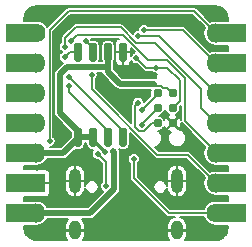
<source format=gbr>
G04 #@! TF.GenerationSoftware,KiCad,Pcbnew,5.1.9-73d0e3b20d~88~ubuntu16.04.1*
G04 #@! TF.CreationDate,2021-02-23T03:34:03+00:00*
G04 #@! TF.ProjectId,kuiic,6b756969-632e-46b6-9963-61645f706362,rev?*
G04 #@! TF.SameCoordinates,Original*
G04 #@! TF.FileFunction,Copper,L2,Bot*
G04 #@! TF.FilePolarity,Positive*
%FSLAX46Y46*%
G04 Gerber Fmt 4.6, Leading zero omitted, Abs format (unit mm)*
G04 Created by KiCad (PCBNEW 5.1.9-73d0e3b20d~88~ubuntu16.04.1) date 2021-02-23 03:34:03*
%MOMM*%
%LPD*%
G01*
G04 APERTURE LIST*
G04 #@! TA.AperFunction,ConnectorPad*
%ADD10C,0.787400*%
G04 #@! TD*
G04 #@! TA.AperFunction,ComponentPad*
%ADD11R,2.540000X1.625600*%
G04 #@! TD*
G04 #@! TA.AperFunction,ComponentPad*
%ADD12C,1.625600*%
G04 #@! TD*
G04 #@! TA.AperFunction,ComponentPad*
%ADD13O,1.625600X1.625600*%
G04 #@! TD*
G04 #@! TA.AperFunction,ComponentPad*
%ADD14R,1.625600X1.625600*%
G04 #@! TD*
G04 #@! TA.AperFunction,ComponentPad*
%ADD15O,1.000000X2.100000*%
G04 #@! TD*
G04 #@! TA.AperFunction,ComponentPad*
%ADD16O,1.000000X1.600000*%
G04 #@! TD*
G04 #@! TA.AperFunction,ViaPad*
%ADD17C,0.508000*%
G04 #@! TD*
G04 #@! TA.AperFunction,Conductor*
%ADD18C,0.508000*%
G04 #@! TD*
G04 #@! TA.AperFunction,Conductor*
%ADD19C,0.152400*%
G04 #@! TD*
G04 #@! TA.AperFunction,Conductor*
%ADD20C,0.304800*%
G04 #@! TD*
G04 #@! TA.AperFunction,Conductor*
%ADD21C,0.203200*%
G04 #@! TD*
G04 #@! TA.AperFunction,Conductor*
%ADD22C,0.100000*%
G04 #@! TD*
G04 APERTURE END LIST*
G04 #@! TO.P,U2,8*
G04 #@! TO.N,/3V3*
G04 #@! TA.AperFunction,SMDPad,CuDef*
G36*
G01*
X122786000Y-127387000D02*
X123086000Y-127387000D01*
G75*
G02*
X123236000Y-127537000I0J-150000D01*
G01*
X123236000Y-128837000D01*
G75*
G02*
X123086000Y-128987000I-150000J0D01*
G01*
X122786000Y-128987000D01*
G75*
G02*
X122636000Y-128837000I0J150000D01*
G01*
X122636000Y-127537000D01*
G75*
G02*
X122786000Y-127387000I150000J0D01*
G01*
G37*
G04 #@! TD.AperFunction*
G04 #@! TO.P,U2,7*
G04 #@! TA.AperFunction,SMDPad,CuDef*
G36*
G01*
X124056000Y-127387000D02*
X124356000Y-127387000D01*
G75*
G02*
X124506000Y-127537000I0J-150000D01*
G01*
X124506000Y-128837000D01*
G75*
G02*
X124356000Y-128987000I-150000J0D01*
G01*
X124056000Y-128987000D01*
G75*
G02*
X123906000Y-128837000I0J150000D01*
G01*
X123906000Y-127537000D01*
G75*
G02*
X124056000Y-127387000I150000J0D01*
G01*
G37*
G04 #@! TD.AperFunction*
G04 #@! TO.P,U2,6*
G04 #@! TO.N,/SCK*
G04 #@! TA.AperFunction,SMDPad,CuDef*
G36*
G01*
X125326000Y-127387000D02*
X125626000Y-127387000D01*
G75*
G02*
X125776000Y-127537000I0J-150000D01*
G01*
X125776000Y-128837000D01*
G75*
G02*
X125626000Y-128987000I-150000J0D01*
G01*
X125326000Y-128987000D01*
G75*
G02*
X125176000Y-128837000I0J150000D01*
G01*
X125176000Y-127537000D01*
G75*
G02*
X125326000Y-127387000I150000J0D01*
G01*
G37*
G04 #@! TD.AperFunction*
G04 #@! TO.P,U2,5*
G04 #@! TO.N,/MOSI*
G04 #@! TA.AperFunction,SMDPad,CuDef*
G36*
G01*
X126596000Y-127387000D02*
X126896000Y-127387000D01*
G75*
G02*
X127046000Y-127537000I0J-150000D01*
G01*
X127046000Y-128837000D01*
G75*
G02*
X126896000Y-128987000I-150000J0D01*
G01*
X126596000Y-128987000D01*
G75*
G02*
X126446000Y-128837000I0J150000D01*
G01*
X126446000Y-127537000D01*
G75*
G02*
X126596000Y-127387000I150000J0D01*
G01*
G37*
G04 #@! TD.AperFunction*
G04 #@! TO.P,U2,4*
G04 #@! TO.N,GND*
G04 #@! TA.AperFunction,SMDPad,CuDef*
G36*
G01*
X126596000Y-120187000D02*
X126896000Y-120187000D01*
G75*
G02*
X127046000Y-120337000I0J-150000D01*
G01*
X127046000Y-121637000D01*
G75*
G02*
X126896000Y-121787000I-150000J0D01*
G01*
X126596000Y-121787000D01*
G75*
G02*
X126446000Y-121637000I0J150000D01*
G01*
X126446000Y-120337000D01*
G75*
G02*
X126596000Y-120187000I150000J0D01*
G01*
G37*
G04 #@! TD.AperFunction*
G04 #@! TO.P,U2,3*
G04 #@! TO.N,/3V3*
G04 #@! TA.AperFunction,SMDPad,CuDef*
G36*
G01*
X125326000Y-120187000D02*
X125626000Y-120187000D01*
G75*
G02*
X125776000Y-120337000I0J-150000D01*
G01*
X125776000Y-121637000D01*
G75*
G02*
X125626000Y-121787000I-150000J0D01*
G01*
X125326000Y-121787000D01*
G75*
G02*
X125176000Y-121637000I0J150000D01*
G01*
X125176000Y-120337000D01*
G75*
G02*
X125326000Y-120187000I150000J0D01*
G01*
G37*
G04 #@! TD.AperFunction*
G04 #@! TO.P,U2,2*
G04 #@! TO.N,/MISO*
G04 #@! TA.AperFunction,SMDPad,CuDef*
G36*
G01*
X124056000Y-120187000D02*
X124356000Y-120187000D01*
G75*
G02*
X124506000Y-120337000I0J-150000D01*
G01*
X124506000Y-121637000D01*
G75*
G02*
X124356000Y-121787000I-150000J0D01*
G01*
X124056000Y-121787000D01*
G75*
G02*
X123906000Y-121637000I0J150000D01*
G01*
X123906000Y-120337000D01*
G75*
G02*
X124056000Y-120187000I150000J0D01*
G01*
G37*
G04 #@! TD.AperFunction*
G04 #@! TO.P,U2,1*
G04 #@! TO.N,/CS#*
G04 #@! TA.AperFunction,SMDPad,CuDef*
G36*
G01*
X122786000Y-120187000D02*
X123086000Y-120187000D01*
G75*
G02*
X123236000Y-120337000I0J-150000D01*
G01*
X123236000Y-121637000D01*
G75*
G02*
X123086000Y-121787000I-150000J0D01*
G01*
X122786000Y-121787000D01*
G75*
G02*
X122636000Y-121637000I0J150000D01*
G01*
X122636000Y-120337000D01*
G75*
G02*
X122786000Y-120187000I150000J0D01*
G01*
G37*
G04 #@! TD.AperFunction*
G04 #@! TD*
D10*
G04 #@! TO.P,J2,6*
G04 #@! TO.N,/NMI#*
X129667000Y-127000000D03*
G04 #@! TO.P,J2,5*
G04 #@! TO.N,GND*
X130937000Y-127000000D03*
G04 #@! TO.P,J2,4*
G04 #@! TO.N,/SWC*
X129667000Y-125730000D03*
G04 #@! TO.P,J2,3*
G04 #@! TO.N,/RST#*
X130937000Y-125730000D03*
G04 #@! TO.P,J2,2*
G04 #@! TO.N,/SWD*
X129667000Y-124460000D03*
G04 #@! TO.P,J2,1*
G04 #@! TO.N,/3V3*
X130937000Y-124460000D03*
G04 #@! TD*
D11*
G04 #@! TO.P,J5,4*
G04 #@! TO.N,/C3*
X135890000Y-127000000D03*
G04 #@! TO.P,J5,7*
G04 #@! TO.N,/TX*
X135890000Y-119380000D03*
G04 #@! TO.P,J5,3*
G04 #@! TO.N,/C2*
X135890000Y-129540000D03*
G04 #@! TO.P,J5,1*
G04 #@! TO.N,/AN*
X135890000Y-134620000D03*
G04 #@! TO.P,J5,5*
G04 #@! TO.N,/SDA*
X135890000Y-124460000D03*
G04 #@! TO.P,J5,2*
G04 #@! TO.N,/C1*
X135890000Y-132080000D03*
G04 #@! TO.P,J5,6*
G04 #@! TO.N,/SCL*
X135890000Y-121920000D03*
D12*
G04 #@! TO.P,J5,1*
G04 #@! TO.N,/AN*
X134620000Y-134620000D03*
D13*
G04 #@! TO.P,J5,2*
G04 #@! TO.N,/C1*
X134620000Y-132080000D03*
G04 #@! TO.P,J5,3*
G04 #@! TO.N,/C2*
X134620000Y-129540000D03*
G04 #@! TO.P,J5,4*
G04 #@! TO.N,/C3*
X134620000Y-127000000D03*
G04 #@! TO.P,J5,5*
G04 #@! TO.N,/SDA*
X134620000Y-124460000D03*
G04 #@! TO.P,J5,6*
G04 #@! TO.N,/SCL*
X134620000Y-121920000D03*
G04 #@! TO.P,J5,7*
G04 #@! TO.N,/TX*
X134620000Y-119380000D03*
G04 #@! TD*
D11*
G04 #@! TO.P,J4,4*
G04 #@! TO.N,/FX7*
X118110000Y-127000000D03*
G04 #@! TO.P,J4,7*
G04 #@! TO.N,/+5V*
X118110000Y-134620000D03*
G04 #@! TO.P,J4,3*
G04 #@! TO.N,/FX6*
X118110000Y-124460000D03*
G04 #@! TO.P,J4,1*
G04 #@! TO.N,/FX4*
X118110000Y-119380000D03*
G04 #@! TO.P,J4,5*
G04 #@! TO.N,/3V3*
X118110000Y-129540000D03*
G04 #@! TO.P,J4,2*
G04 #@! TO.N,/FX5*
X118110000Y-121920000D03*
G04 #@! TO.P,J4,6*
G04 #@! TO.N,GND*
X118110000Y-132080000D03*
D12*
G04 #@! TO.P,J4,1*
G04 #@! TO.N,/FX4*
X119380000Y-119380000D03*
D13*
G04 #@! TO.P,J4,2*
G04 #@! TO.N,/FX5*
X119380000Y-121920000D03*
G04 #@! TO.P,J4,3*
G04 #@! TO.N,/FX6*
X119380000Y-124460000D03*
G04 #@! TO.P,J4,4*
G04 #@! TO.N,/FX7*
X119380000Y-127000000D03*
G04 #@! TO.P,J4,5*
G04 #@! TO.N,/3V3*
X119380000Y-129540000D03*
D14*
G04 #@! TO.P,J4,6*
G04 #@! TO.N,GND*
X119380000Y-132080000D03*
D13*
G04 #@! TO.P,J4,7*
G04 #@! TO.N,/+5V*
X119380000Y-134620000D03*
G04 #@! TD*
D15*
G04 #@! TO.P,J3,S1*
G04 #@! TO.N,GND*
X122680000Y-131896000D03*
X131320000Y-131896000D03*
D16*
X122680000Y-136076000D03*
X131320000Y-136076000D03*
G04 #@! TD*
D17*
G04 #@! TO.N,GND*
X126746000Y-120497600D03*
X122682000Y-133858000D03*
X128524000Y-122936000D03*
X132613400Y-129235200D03*
X126111000Y-124841000D03*
X129387602Y-118160802D03*
X123952000Y-118237000D03*
X132969000Y-118999000D03*
X121285000Y-128879600D03*
X127127000Y-129413000D03*
X120650000Y-117983000D03*
X134620000Y-117856000D03*
G04 #@! TO.N,/3V3*
X125476000Y-120497600D03*
X125222000Y-129413000D03*
X129362200Y-123672600D03*
G04 #@! TO.N,/+5V*
X125881661Y-129381722D03*
G04 #@! TO.N,/NMI#*
X128016000Y-125272800D03*
G04 #@! TO.N,/SWD*
X128343651Y-125846189D03*
G04 #@! TO.N,/SWC*
X128320800Y-127152400D03*
G04 #@! TO.N,/RST#*
X129565400Y-122301000D03*
X127863600Y-121513598D03*
G04 #@! TO.N,/SDA*
X128015994Y-119634000D03*
G04 #@! TO.N,/SCL*
X128524000Y-119126008D03*
G04 #@! TO.N,/D-*
X124589959Y-129605619D03*
X125308800Y-132334000D03*
G04 #@! TO.N,/TX*
X120523000Y-128524000D03*
G04 #@! TO.N,/C3*
X121792996Y-120523000D03*
G04 #@! TO.N,/C2*
X122301000Y-120014978D03*
G04 #@! TO.N,/C1*
X124091000Y-122924002D03*
G04 #@! TO.N,/AN*
X127660400Y-130048000D03*
G04 #@! TO.N,/MISO*
X123571000Y-120015000D03*
G04 #@! TO.N,/MOSI*
X122171441Y-123065559D03*
G04 #@! TO.N,/SCK*
X122145240Y-123825076D03*
G04 #@! TO.N,/CS#*
X121818400Y-121412000D03*
G04 #@! TD*
D18*
G04 #@! TO.N,GND*
X122680000Y-133856000D02*
X122682000Y-133858000D01*
D19*
X122680000Y-131769000D02*
X122680000Y-133856000D01*
D18*
X126746000Y-120987000D02*
X126746000Y-120497600D01*
X131320000Y-131142200D02*
X131320000Y-131769000D01*
D19*
X130937000Y-127000000D02*
X131445000Y-127508000D01*
D18*
X132613400Y-128168400D02*
X132613400Y-129235200D01*
X131953000Y-127508000D02*
X132613400Y-128168400D01*
D19*
X131445000Y-127508000D02*
X131953000Y-127508000D01*
X126746000Y-122428000D02*
X126746000Y-120987000D01*
D18*
X127254000Y-122936000D02*
X126746000Y-122428000D01*
X128524000Y-122936000D02*
X127254000Y-122936000D01*
D20*
G04 #@! TO.N,/3V3*
X124206000Y-128397000D02*
X125222000Y-129413000D01*
X124206000Y-128187000D02*
X124206000Y-128397000D01*
D18*
X121691400Y-129540000D02*
X119380000Y-129540000D01*
X122936000Y-128295400D02*
X121691400Y-129540000D01*
X122936000Y-128187000D02*
X122936000Y-128295400D01*
X122936000Y-128187000D02*
X124206000Y-128187000D01*
X125476000Y-121787000D02*
X125476000Y-120987000D01*
X129362200Y-123672600D02*
X126485998Y-123672600D01*
X126485998Y-123672600D02*
X125476000Y-122662602D01*
X125374399Y-122224801D02*
X125476000Y-122123200D01*
X122021599Y-122224801D02*
X125374399Y-122224801D01*
X121386600Y-122859800D02*
X122021599Y-122224801D01*
X121386600Y-126111000D02*
X121386600Y-122859800D01*
X122936000Y-127660400D02*
X121386600Y-126111000D01*
X122936000Y-128187000D02*
X122936000Y-127660400D01*
X125476000Y-122123200D02*
X125476000Y-121787000D01*
X125476000Y-122662602D02*
X125476000Y-122123200D01*
D19*
X129527299Y-123837699D02*
X129362200Y-123672600D01*
X129965705Y-123837699D02*
X129527299Y-123837699D01*
X130156206Y-124028200D02*
X129965705Y-123837699D01*
X130505200Y-124028200D02*
X130156206Y-124028200D01*
X130937000Y-124460000D02*
X130505200Y-124028200D01*
D18*
G04 #@! TO.N,/+5V*
X123977400Y-134620000D02*
X119380000Y-134620000D01*
X126009400Y-129509461D02*
X126009400Y-132588000D01*
X126009400Y-132588000D02*
X123977400Y-134620000D01*
X125881661Y-129381722D02*
X126009400Y-129509461D01*
D19*
G04 #@! TO.N,/NMI#*
X128559813Y-127635000D02*
X129194813Y-127000000D01*
X128116075Y-127635000D02*
X128559813Y-127635000D01*
X127762001Y-127280926D02*
X128116075Y-127635000D01*
X129194813Y-127000000D02*
X129667000Y-127000000D01*
X127762001Y-125526799D02*
X127762001Y-127280926D01*
X128016000Y-125272800D02*
X127762001Y-125526799D01*
G04 #@! TO.N,/SWD*
X129667000Y-124522840D02*
X129667000Y-124460000D01*
X128343651Y-125846189D02*
X129667000Y-124522840D01*
G04 #@! TO.N,/SWC*
X128320800Y-127076200D02*
X128320800Y-127152400D01*
X129667000Y-125730000D02*
X128320800Y-127076200D01*
G04 #@! TO.N,/RST#*
X131559301Y-123375927D02*
X130484374Y-122301000D01*
X131559301Y-125107699D02*
X131559301Y-123375927D01*
X130937000Y-125730000D02*
X131559301Y-125107699D01*
X129413000Y-122301000D02*
X129565400Y-122301000D01*
X130484374Y-122301000D02*
X129413000Y-122301000D01*
X129413000Y-122301000D02*
X128651002Y-122301000D01*
X128651002Y-122301000D02*
X127863600Y-121513598D01*
G04 #@! TO.N,/SDA*
X129794000Y-119634000D02*
X128015994Y-119634000D01*
X134620000Y-124460000D02*
X129794000Y-119634000D01*
G04 #@! TO.N,/SCL*
X131826008Y-119126008D02*
X128524000Y-119126008D01*
X134620000Y-121920000D02*
X131826008Y-119126008D01*
G04 #@! TO.N,/D-*
X125308800Y-130324460D02*
X125308800Y-132334000D01*
X124589959Y-129605619D02*
X125308800Y-130324460D01*
G04 #@! TO.N,/TX*
X120523000Y-128524000D02*
X120523000Y-119126000D01*
X120523000Y-119126000D02*
X122148600Y-117500400D01*
X132740400Y-117500400D02*
X134620000Y-119380000D01*
X122148600Y-117500400D02*
X132740400Y-117500400D01*
G04 #@! TO.N,/C3*
X121792996Y-119811804D02*
X121792996Y-120523000D01*
X122729744Y-118875056D02*
X121792996Y-119811804D01*
X126542800Y-118875056D02*
X122729744Y-118875056D01*
X127860544Y-120192800D02*
X126542800Y-118875056D01*
X133350000Y-124079000D02*
X129463800Y-120192800D01*
X133350000Y-125730000D02*
X133350000Y-124079000D01*
X129463800Y-120192800D02*
X127860544Y-120192800D01*
X134620000Y-127000000D02*
X133350000Y-125730000D01*
G04 #@! TO.N,/C2*
X122808977Y-119507001D02*
X122301000Y-120014978D01*
X128902678Y-121666000D02*
X126743679Y-119507001D01*
X130479800Y-121666000D02*
X128902678Y-121666000D01*
X131953000Y-123139200D02*
X130479800Y-121666000D01*
X126743679Y-119507001D02*
X122808977Y-119507001D01*
X131953000Y-126776710D02*
X131953000Y-123139200D01*
X134620000Y-129443710D02*
X131953000Y-126776710D01*
X134620000Y-129540000D02*
X134620000Y-129443710D01*
G04 #@! TO.N,/C1*
X132207000Y-129667000D02*
X134620000Y-132080000D01*
X129616200Y-129667000D02*
X132207000Y-129667000D01*
X124091000Y-124141800D02*
X129616200Y-129667000D01*
X124091000Y-122924002D02*
X124091000Y-124141800D01*
G04 #@! TO.N,/AN*
X130606800Y-134620000D02*
X134620000Y-134620000D01*
X127660400Y-131673600D02*
X130606800Y-134620000D01*
X127660400Y-130048000D02*
X127660400Y-131673600D01*
G04 #@! TO.N,/MISO*
X124206000Y-120650000D02*
X123571000Y-120015000D01*
X124206000Y-120987000D02*
X124206000Y-120650000D01*
G04 #@! TO.N,/MOSI*
X122171475Y-123065559D02*
X122171441Y-123065559D01*
X126746000Y-127640084D02*
X122171475Y-123065559D01*
X126746000Y-128187000D02*
X126746000Y-127640084D01*
G04 #@! TO.N,/SCK*
X122145240Y-124355040D02*
X122145240Y-123825076D01*
X125476000Y-127685800D02*
X122145240Y-124355040D01*
X125476000Y-128187000D02*
X125476000Y-127685800D01*
G04 #@! TO.N,/CS#*
X122243400Y-120987000D02*
X121818400Y-121412000D01*
X122936000Y-120987000D02*
X122243400Y-120987000D01*
G04 #@! TD*
D21*
G04 #@! TO.N,GND*
X129371245Y-129889018D02*
X129381584Y-129901616D01*
X129405238Y-129921028D01*
X129431863Y-129942879D01*
X129489227Y-129973540D01*
X129551470Y-129992422D01*
X129616200Y-129998797D01*
X129632415Y-129997200D01*
X132070228Y-129997200D01*
X133666733Y-131593707D01*
X133594196Y-131768826D01*
X133553200Y-131974929D01*
X133553200Y-132185071D01*
X133594196Y-132391174D01*
X133674614Y-132585319D01*
X133791362Y-132760045D01*
X133939955Y-132908638D01*
X134114681Y-133025386D01*
X134308826Y-133105804D01*
X134514929Y-133146800D01*
X134607531Y-133146800D01*
X134620000Y-133148028D01*
X135611000Y-133148028D01*
X135611000Y-133551972D01*
X134620000Y-133551972D01*
X134607531Y-133553200D01*
X134514929Y-133553200D01*
X134308826Y-133594196D01*
X134114681Y-133674614D01*
X133939955Y-133791362D01*
X133791362Y-133939955D01*
X133674614Y-134114681D01*
X133602077Y-134289800D01*
X130743573Y-134289800D01*
X128792746Y-132338973D01*
X129311000Y-132338973D01*
X129311000Y-132453027D01*
X129333250Y-132564888D01*
X129376896Y-132670260D01*
X129440261Y-132765091D01*
X129520909Y-132845739D01*
X129615740Y-132909104D01*
X129721112Y-132952750D01*
X129832973Y-132975000D01*
X129947027Y-132975000D01*
X130058888Y-132952750D01*
X130164260Y-132909104D01*
X130259091Y-132845739D01*
X130339739Y-132765091D01*
X130403104Y-132670260D01*
X130446750Y-132564888D01*
X130464771Y-132474287D01*
X130485795Y-132637831D01*
X130539248Y-132796890D01*
X130622705Y-132942465D01*
X130732959Y-133068961D01*
X130865772Y-133171517D01*
X131016041Y-133246192D01*
X131161126Y-133286720D01*
X131294600Y-133212279D01*
X131294600Y-131921400D01*
X131345400Y-131921400D01*
X131345400Y-133212279D01*
X131478874Y-133286720D01*
X131623959Y-133246192D01*
X131774228Y-133171517D01*
X131907041Y-133068961D01*
X132017295Y-132942465D01*
X132100752Y-132796890D01*
X132154205Y-132637831D01*
X132175600Y-132471400D01*
X132175600Y-131921400D01*
X131345400Y-131921400D01*
X131294600Y-131921400D01*
X130464400Y-131921400D01*
X130464400Y-132315847D01*
X130446750Y-132227112D01*
X130403104Y-132121740D01*
X130339739Y-132026909D01*
X130259091Y-131946261D01*
X130164260Y-131882896D01*
X130058888Y-131839250D01*
X129947027Y-131817000D01*
X129832973Y-131817000D01*
X129721112Y-131839250D01*
X129615740Y-131882896D01*
X129520909Y-131946261D01*
X129440261Y-132026909D01*
X129376896Y-132121740D01*
X129333250Y-132227112D01*
X129311000Y-132338973D01*
X128792746Y-132338973D01*
X127990600Y-131536828D01*
X127990600Y-131320600D01*
X130464400Y-131320600D01*
X130464400Y-131870600D01*
X131294600Y-131870600D01*
X131294600Y-130579721D01*
X131345400Y-130579721D01*
X131345400Y-131870600D01*
X132175600Y-131870600D01*
X132175600Y-131320600D01*
X132154205Y-131154169D01*
X132100752Y-130995110D01*
X132017295Y-130849535D01*
X131907041Y-130723039D01*
X131774228Y-130620483D01*
X131623959Y-130545808D01*
X131478874Y-130505280D01*
X131345400Y-130579721D01*
X131294600Y-130579721D01*
X131161126Y-130505280D01*
X131016041Y-130545808D01*
X130865772Y-130620483D01*
X130732959Y-130723039D01*
X130622705Y-130849535D01*
X130539248Y-130995110D01*
X130485795Y-131154169D01*
X130464400Y-131320600D01*
X127990600Y-131320600D01*
X127990600Y-130436220D01*
X128054989Y-130371831D01*
X128110584Y-130288628D01*
X128148878Y-130196178D01*
X128168400Y-130098034D01*
X128168400Y-129997966D01*
X128148878Y-129899822D01*
X128110584Y-129807372D01*
X128054989Y-129724169D01*
X127984231Y-129653411D01*
X127901028Y-129597816D01*
X127808578Y-129559522D01*
X127710434Y-129540000D01*
X127610366Y-129540000D01*
X127512222Y-129559522D01*
X127419772Y-129597816D01*
X127336569Y-129653411D01*
X127265811Y-129724169D01*
X127210216Y-129807372D01*
X127171922Y-129899822D01*
X127152400Y-129997966D01*
X127152400Y-130098034D01*
X127171922Y-130196178D01*
X127210216Y-130288628D01*
X127265811Y-130371831D01*
X127330200Y-130436220D01*
X127330201Y-131657377D01*
X127328603Y-131673600D01*
X127334979Y-131738329D01*
X127353861Y-131800573D01*
X127384521Y-131857937D01*
X127394914Y-131870600D01*
X127425785Y-131908216D01*
X127438383Y-131918555D01*
X130361845Y-134842018D01*
X130372184Y-134854616D01*
X130422463Y-134895879D01*
X130479827Y-134926540D01*
X130542070Y-134945422D01*
X130590585Y-134950200D01*
X130590587Y-134950200D01*
X130606800Y-134951797D01*
X130623013Y-134950200D01*
X131107714Y-134950200D01*
X131016041Y-134975808D01*
X130865772Y-135050483D01*
X130732959Y-135153039D01*
X130622705Y-135279535D01*
X130539248Y-135425110D01*
X130485795Y-135584169D01*
X130464400Y-135750600D01*
X130464400Y-136050600D01*
X131294600Y-136050600D01*
X131294600Y-136030600D01*
X131345400Y-136030600D01*
X131345400Y-136050600D01*
X132175600Y-136050600D01*
X132175600Y-135750600D01*
X132154205Y-135584169D01*
X132100752Y-135425110D01*
X132017295Y-135279535D01*
X131907041Y-135153039D01*
X131774228Y-135050483D01*
X131623959Y-134975808D01*
X131532286Y-134950200D01*
X133602077Y-134950200D01*
X133674614Y-135125319D01*
X133791362Y-135300045D01*
X133939955Y-135448638D01*
X134114681Y-135565386D01*
X134308826Y-135645804D01*
X134514929Y-135686800D01*
X134607531Y-135686800D01*
X134620000Y-135688028D01*
X135611000Y-135688028D01*
X135611000Y-135876359D01*
X135590815Y-136082223D01*
X135534988Y-136267130D01*
X135444310Y-136437670D01*
X135322235Y-136587349D01*
X135173410Y-136710468D01*
X135003511Y-136802332D01*
X134819003Y-136859448D01*
X134613946Y-136881000D01*
X132009856Y-136881000D01*
X132017295Y-136872465D01*
X132100752Y-136726890D01*
X132154205Y-136567831D01*
X132175600Y-136401400D01*
X132175600Y-136101400D01*
X131345400Y-136101400D01*
X131345400Y-136121400D01*
X131294600Y-136121400D01*
X131294600Y-136101400D01*
X130464400Y-136101400D01*
X130464400Y-136401400D01*
X130485795Y-136567831D01*
X130539248Y-136726890D01*
X130622705Y-136872465D01*
X130630144Y-136881000D01*
X123369856Y-136881000D01*
X123377295Y-136872465D01*
X123460752Y-136726890D01*
X123514205Y-136567831D01*
X123535600Y-136401400D01*
X123535600Y-136101400D01*
X122705400Y-136101400D01*
X122705400Y-136121400D01*
X122654600Y-136121400D01*
X122654600Y-136101400D01*
X121824400Y-136101400D01*
X121824400Y-136401400D01*
X121845795Y-136567831D01*
X121899248Y-136726890D01*
X121982705Y-136872465D01*
X121990144Y-136881000D01*
X119393641Y-136881000D01*
X119187777Y-136860815D01*
X119002870Y-136804988D01*
X118832330Y-136714310D01*
X118682651Y-136592235D01*
X118559532Y-136443410D01*
X118467668Y-136273511D01*
X118410552Y-136089003D01*
X118389000Y-135883946D01*
X118389000Y-135688028D01*
X119380000Y-135688028D01*
X119392469Y-135686800D01*
X119485071Y-135686800D01*
X119691174Y-135645804D01*
X119885319Y-135565386D01*
X120060045Y-135448638D01*
X120208638Y-135300045D01*
X120323595Y-135128000D01*
X122125385Y-135128000D01*
X122092959Y-135153039D01*
X121982705Y-135279535D01*
X121899248Y-135425110D01*
X121845795Y-135584169D01*
X121824400Y-135750600D01*
X121824400Y-136050600D01*
X122654600Y-136050600D01*
X122654600Y-136030600D01*
X122705400Y-136030600D01*
X122705400Y-136050600D01*
X123535600Y-136050600D01*
X123535600Y-135750600D01*
X123514205Y-135584169D01*
X123460752Y-135425110D01*
X123377295Y-135279535D01*
X123267041Y-135153039D01*
X123234615Y-135128000D01*
X123952456Y-135128000D01*
X123977400Y-135130457D01*
X124002344Y-135128000D01*
X124002347Y-135128000D01*
X124076985Y-135120649D01*
X124172743Y-135091601D01*
X124260995Y-135044429D01*
X124338348Y-134980948D01*
X124354255Y-134961565D01*
X126350971Y-132964850D01*
X126370348Y-132948948D01*
X126416427Y-132892800D01*
X126433829Y-132871596D01*
X126481000Y-132783344D01*
X126481001Y-132783343D01*
X126510049Y-132687585D01*
X126517400Y-132612947D01*
X126517400Y-132612944D01*
X126519857Y-132588000D01*
X126517400Y-132563056D01*
X126517400Y-129534404D01*
X126519857Y-129509460D01*
X126515284Y-129463034D01*
X126510049Y-129409876D01*
X126481001Y-129314118D01*
X126433829Y-129225866D01*
X126407108Y-129193306D01*
X126440926Y-129211382D01*
X126516944Y-129234442D01*
X126596000Y-129242228D01*
X126896000Y-129242228D01*
X126975056Y-129234442D01*
X127051074Y-129211382D01*
X127121133Y-129173935D01*
X127182539Y-129123539D01*
X127232935Y-129062133D01*
X127270382Y-128992074D01*
X127293442Y-128916056D01*
X127301228Y-128837000D01*
X127301228Y-127819001D01*
X129371245Y-129889018D01*
G04 #@! TA.AperFunction,Conductor*
D22*
G36*
X129371245Y-129889018D02*
G01*
X129381584Y-129901616D01*
X129405238Y-129921028D01*
X129431863Y-129942879D01*
X129489227Y-129973540D01*
X129551470Y-129992422D01*
X129616200Y-129998797D01*
X129632415Y-129997200D01*
X132070228Y-129997200D01*
X133666733Y-131593707D01*
X133594196Y-131768826D01*
X133553200Y-131974929D01*
X133553200Y-132185071D01*
X133594196Y-132391174D01*
X133674614Y-132585319D01*
X133791362Y-132760045D01*
X133939955Y-132908638D01*
X134114681Y-133025386D01*
X134308826Y-133105804D01*
X134514929Y-133146800D01*
X134607531Y-133146800D01*
X134620000Y-133148028D01*
X135611000Y-133148028D01*
X135611000Y-133551972D01*
X134620000Y-133551972D01*
X134607531Y-133553200D01*
X134514929Y-133553200D01*
X134308826Y-133594196D01*
X134114681Y-133674614D01*
X133939955Y-133791362D01*
X133791362Y-133939955D01*
X133674614Y-134114681D01*
X133602077Y-134289800D01*
X130743573Y-134289800D01*
X128792746Y-132338973D01*
X129311000Y-132338973D01*
X129311000Y-132453027D01*
X129333250Y-132564888D01*
X129376896Y-132670260D01*
X129440261Y-132765091D01*
X129520909Y-132845739D01*
X129615740Y-132909104D01*
X129721112Y-132952750D01*
X129832973Y-132975000D01*
X129947027Y-132975000D01*
X130058888Y-132952750D01*
X130164260Y-132909104D01*
X130259091Y-132845739D01*
X130339739Y-132765091D01*
X130403104Y-132670260D01*
X130446750Y-132564888D01*
X130464771Y-132474287D01*
X130485795Y-132637831D01*
X130539248Y-132796890D01*
X130622705Y-132942465D01*
X130732959Y-133068961D01*
X130865772Y-133171517D01*
X131016041Y-133246192D01*
X131161126Y-133286720D01*
X131294600Y-133212279D01*
X131294600Y-131921400D01*
X131345400Y-131921400D01*
X131345400Y-133212279D01*
X131478874Y-133286720D01*
X131623959Y-133246192D01*
X131774228Y-133171517D01*
X131907041Y-133068961D01*
X132017295Y-132942465D01*
X132100752Y-132796890D01*
X132154205Y-132637831D01*
X132175600Y-132471400D01*
X132175600Y-131921400D01*
X131345400Y-131921400D01*
X131294600Y-131921400D01*
X130464400Y-131921400D01*
X130464400Y-132315847D01*
X130446750Y-132227112D01*
X130403104Y-132121740D01*
X130339739Y-132026909D01*
X130259091Y-131946261D01*
X130164260Y-131882896D01*
X130058888Y-131839250D01*
X129947027Y-131817000D01*
X129832973Y-131817000D01*
X129721112Y-131839250D01*
X129615740Y-131882896D01*
X129520909Y-131946261D01*
X129440261Y-132026909D01*
X129376896Y-132121740D01*
X129333250Y-132227112D01*
X129311000Y-132338973D01*
X128792746Y-132338973D01*
X127990600Y-131536828D01*
X127990600Y-131320600D01*
X130464400Y-131320600D01*
X130464400Y-131870600D01*
X131294600Y-131870600D01*
X131294600Y-130579721D01*
X131345400Y-130579721D01*
X131345400Y-131870600D01*
X132175600Y-131870600D01*
X132175600Y-131320600D01*
X132154205Y-131154169D01*
X132100752Y-130995110D01*
X132017295Y-130849535D01*
X131907041Y-130723039D01*
X131774228Y-130620483D01*
X131623959Y-130545808D01*
X131478874Y-130505280D01*
X131345400Y-130579721D01*
X131294600Y-130579721D01*
X131161126Y-130505280D01*
X131016041Y-130545808D01*
X130865772Y-130620483D01*
X130732959Y-130723039D01*
X130622705Y-130849535D01*
X130539248Y-130995110D01*
X130485795Y-131154169D01*
X130464400Y-131320600D01*
X127990600Y-131320600D01*
X127990600Y-130436220D01*
X128054989Y-130371831D01*
X128110584Y-130288628D01*
X128148878Y-130196178D01*
X128168400Y-130098034D01*
X128168400Y-129997966D01*
X128148878Y-129899822D01*
X128110584Y-129807372D01*
X128054989Y-129724169D01*
X127984231Y-129653411D01*
X127901028Y-129597816D01*
X127808578Y-129559522D01*
X127710434Y-129540000D01*
X127610366Y-129540000D01*
X127512222Y-129559522D01*
X127419772Y-129597816D01*
X127336569Y-129653411D01*
X127265811Y-129724169D01*
X127210216Y-129807372D01*
X127171922Y-129899822D01*
X127152400Y-129997966D01*
X127152400Y-130098034D01*
X127171922Y-130196178D01*
X127210216Y-130288628D01*
X127265811Y-130371831D01*
X127330200Y-130436220D01*
X127330201Y-131657377D01*
X127328603Y-131673600D01*
X127334979Y-131738329D01*
X127353861Y-131800573D01*
X127384521Y-131857937D01*
X127394914Y-131870600D01*
X127425785Y-131908216D01*
X127438383Y-131918555D01*
X130361845Y-134842018D01*
X130372184Y-134854616D01*
X130422463Y-134895879D01*
X130479827Y-134926540D01*
X130542070Y-134945422D01*
X130590585Y-134950200D01*
X130590587Y-134950200D01*
X130606800Y-134951797D01*
X130623013Y-134950200D01*
X131107714Y-134950200D01*
X131016041Y-134975808D01*
X130865772Y-135050483D01*
X130732959Y-135153039D01*
X130622705Y-135279535D01*
X130539248Y-135425110D01*
X130485795Y-135584169D01*
X130464400Y-135750600D01*
X130464400Y-136050600D01*
X131294600Y-136050600D01*
X131294600Y-136030600D01*
X131345400Y-136030600D01*
X131345400Y-136050600D01*
X132175600Y-136050600D01*
X132175600Y-135750600D01*
X132154205Y-135584169D01*
X132100752Y-135425110D01*
X132017295Y-135279535D01*
X131907041Y-135153039D01*
X131774228Y-135050483D01*
X131623959Y-134975808D01*
X131532286Y-134950200D01*
X133602077Y-134950200D01*
X133674614Y-135125319D01*
X133791362Y-135300045D01*
X133939955Y-135448638D01*
X134114681Y-135565386D01*
X134308826Y-135645804D01*
X134514929Y-135686800D01*
X134607531Y-135686800D01*
X134620000Y-135688028D01*
X135611000Y-135688028D01*
X135611000Y-135876359D01*
X135590815Y-136082223D01*
X135534988Y-136267130D01*
X135444310Y-136437670D01*
X135322235Y-136587349D01*
X135173410Y-136710468D01*
X135003511Y-136802332D01*
X134819003Y-136859448D01*
X134613946Y-136881000D01*
X132009856Y-136881000D01*
X132017295Y-136872465D01*
X132100752Y-136726890D01*
X132154205Y-136567831D01*
X132175600Y-136401400D01*
X132175600Y-136101400D01*
X131345400Y-136101400D01*
X131345400Y-136121400D01*
X131294600Y-136121400D01*
X131294600Y-136101400D01*
X130464400Y-136101400D01*
X130464400Y-136401400D01*
X130485795Y-136567831D01*
X130539248Y-136726890D01*
X130622705Y-136872465D01*
X130630144Y-136881000D01*
X123369856Y-136881000D01*
X123377295Y-136872465D01*
X123460752Y-136726890D01*
X123514205Y-136567831D01*
X123535600Y-136401400D01*
X123535600Y-136101400D01*
X122705400Y-136101400D01*
X122705400Y-136121400D01*
X122654600Y-136121400D01*
X122654600Y-136101400D01*
X121824400Y-136101400D01*
X121824400Y-136401400D01*
X121845795Y-136567831D01*
X121899248Y-136726890D01*
X121982705Y-136872465D01*
X121990144Y-136881000D01*
X119393641Y-136881000D01*
X119187777Y-136860815D01*
X119002870Y-136804988D01*
X118832330Y-136714310D01*
X118682651Y-136592235D01*
X118559532Y-136443410D01*
X118467668Y-136273511D01*
X118410552Y-136089003D01*
X118389000Y-135883946D01*
X118389000Y-135688028D01*
X119380000Y-135688028D01*
X119392469Y-135686800D01*
X119485071Y-135686800D01*
X119691174Y-135645804D01*
X119885319Y-135565386D01*
X120060045Y-135448638D01*
X120208638Y-135300045D01*
X120323595Y-135128000D01*
X122125385Y-135128000D01*
X122092959Y-135153039D01*
X121982705Y-135279535D01*
X121899248Y-135425110D01*
X121845795Y-135584169D01*
X121824400Y-135750600D01*
X121824400Y-136050600D01*
X122654600Y-136050600D01*
X122654600Y-136030600D01*
X122705400Y-136030600D01*
X122705400Y-136050600D01*
X123535600Y-136050600D01*
X123535600Y-135750600D01*
X123514205Y-135584169D01*
X123460752Y-135425110D01*
X123377295Y-135279535D01*
X123267041Y-135153039D01*
X123234615Y-135128000D01*
X123952456Y-135128000D01*
X123977400Y-135130457D01*
X124002344Y-135128000D01*
X124002347Y-135128000D01*
X124076985Y-135120649D01*
X124172743Y-135091601D01*
X124260995Y-135044429D01*
X124338348Y-134980948D01*
X124354255Y-134961565D01*
X126350971Y-132964850D01*
X126370348Y-132948948D01*
X126416427Y-132892800D01*
X126433829Y-132871596D01*
X126481000Y-132783344D01*
X126481001Y-132783343D01*
X126510049Y-132687585D01*
X126517400Y-132612947D01*
X126517400Y-132612944D01*
X126519857Y-132588000D01*
X126517400Y-132563056D01*
X126517400Y-129534404D01*
X126519857Y-129509460D01*
X126515284Y-129463034D01*
X126510049Y-129409876D01*
X126481001Y-129314118D01*
X126433829Y-129225866D01*
X126407108Y-129193306D01*
X126440926Y-129211382D01*
X126516944Y-129234442D01*
X126596000Y-129242228D01*
X126896000Y-129242228D01*
X126975056Y-129234442D01*
X127051074Y-129211382D01*
X127121133Y-129173935D01*
X127182539Y-129123539D01*
X127232935Y-129062133D01*
X127270382Y-128992074D01*
X127293442Y-128916056D01*
X127301228Y-128837000D01*
X127301228Y-127819001D01*
X129371245Y-129889018D01*
G37*
G04 #@! TD.AperFunction*
D21*
X123650772Y-128837000D02*
X123658558Y-128916056D01*
X123681618Y-128992074D01*
X123719065Y-129062133D01*
X123769461Y-129123539D01*
X123830867Y-129173935D01*
X123900926Y-129211382D01*
X123976944Y-129234442D01*
X124056000Y-129242228D01*
X124234930Y-129242228D01*
X124195370Y-129281788D01*
X124139775Y-129364991D01*
X124101481Y-129457441D01*
X124081959Y-129555585D01*
X124081959Y-129655653D01*
X124101481Y-129753797D01*
X124139775Y-129846247D01*
X124195370Y-129929450D01*
X124266128Y-130000208D01*
X124349331Y-130055803D01*
X124441781Y-130094097D01*
X124539925Y-130113619D01*
X124630987Y-130113619D01*
X124978600Y-130461233D01*
X124978601Y-131945779D01*
X124914211Y-132010169D01*
X124858616Y-132093372D01*
X124820322Y-132185822D01*
X124800800Y-132283966D01*
X124800800Y-132384034D01*
X124820322Y-132482178D01*
X124858616Y-132574628D01*
X124914211Y-132657831D01*
X124984969Y-132728589D01*
X125068172Y-132784184D01*
X125086998Y-132791982D01*
X123766980Y-134112000D01*
X120323595Y-134112000D01*
X120208638Y-133939955D01*
X120060045Y-133791362D01*
X119885319Y-133674614D01*
X119691174Y-133594196D01*
X119485071Y-133553200D01*
X119392469Y-133553200D01*
X119380000Y-133551972D01*
X118389000Y-133551972D01*
X118389000Y-133248645D01*
X118554723Y-133248892D01*
X118567200Y-133250121D01*
X118873392Y-133249367D01*
X119380000Y-133250121D01*
X119397473Y-133248400D01*
X119405402Y-133248400D01*
X119405402Y-133247619D01*
X119449710Y-133243255D01*
X119479975Y-133234075D01*
X119494300Y-133248400D01*
X120192800Y-133250121D01*
X120262510Y-133243255D01*
X120329541Y-133222922D01*
X120391317Y-133189902D01*
X120445464Y-133145464D01*
X120489902Y-133091317D01*
X120522922Y-133029541D01*
X120543255Y-132962510D01*
X120550121Y-132892800D01*
X120548400Y-132194300D01*
X120459500Y-132105400D01*
X119334600Y-132105400D01*
X119334600Y-132054600D01*
X120459500Y-132054600D01*
X120548400Y-131965700D01*
X120548509Y-131921400D01*
X121824400Y-131921400D01*
X121824400Y-132471400D01*
X121845795Y-132637831D01*
X121899248Y-132796890D01*
X121982705Y-132942465D01*
X122092959Y-133068961D01*
X122225772Y-133171517D01*
X122376041Y-133246192D01*
X122521126Y-133286720D01*
X122654600Y-133212279D01*
X122654600Y-131921400D01*
X122705400Y-131921400D01*
X122705400Y-133212279D01*
X122838874Y-133286720D01*
X122983959Y-133246192D01*
X123134228Y-133171517D01*
X123267041Y-133068961D01*
X123377295Y-132942465D01*
X123460752Y-132796890D01*
X123514205Y-132637831D01*
X123535229Y-132474287D01*
X123553250Y-132564888D01*
X123596896Y-132670260D01*
X123660261Y-132765091D01*
X123740909Y-132845739D01*
X123835740Y-132909104D01*
X123941112Y-132952750D01*
X124052973Y-132975000D01*
X124167027Y-132975000D01*
X124278888Y-132952750D01*
X124384260Y-132909104D01*
X124479091Y-132845739D01*
X124559739Y-132765091D01*
X124623104Y-132670260D01*
X124666750Y-132564888D01*
X124689000Y-132453027D01*
X124689000Y-132338973D01*
X124666750Y-132227112D01*
X124623104Y-132121740D01*
X124559739Y-132026909D01*
X124479091Y-131946261D01*
X124384260Y-131882896D01*
X124278888Y-131839250D01*
X124167027Y-131817000D01*
X124052973Y-131817000D01*
X123941112Y-131839250D01*
X123835740Y-131882896D01*
X123740909Y-131946261D01*
X123660261Y-132026909D01*
X123596896Y-132121740D01*
X123553250Y-132227112D01*
X123535600Y-132315847D01*
X123535600Y-131921400D01*
X122705400Y-131921400D01*
X122654600Y-131921400D01*
X121824400Y-131921400D01*
X120548509Y-131921400D01*
X120549989Y-131320600D01*
X121824400Y-131320600D01*
X121824400Y-131870600D01*
X122654600Y-131870600D01*
X122654600Y-130579721D01*
X122705400Y-130579721D01*
X122705400Y-131870600D01*
X123535600Y-131870600D01*
X123535600Y-131320600D01*
X123514205Y-131154169D01*
X123460752Y-130995110D01*
X123377295Y-130849535D01*
X123267041Y-130723039D01*
X123134228Y-130620483D01*
X122983959Y-130545808D01*
X122838874Y-130505280D01*
X122705400Y-130579721D01*
X122654600Y-130579721D01*
X122521126Y-130505280D01*
X122376041Y-130545808D01*
X122225772Y-130620483D01*
X122092959Y-130723039D01*
X121982705Y-130849535D01*
X121899248Y-130995110D01*
X121845795Y-131154169D01*
X121824400Y-131320600D01*
X120549989Y-131320600D01*
X120550121Y-131267200D01*
X120543255Y-131197490D01*
X120522922Y-131130459D01*
X120489902Y-131068683D01*
X120445464Y-131014536D01*
X120391317Y-130970098D01*
X120329541Y-130937078D01*
X120262510Y-130916745D01*
X120192800Y-130909879D01*
X119494300Y-130911600D01*
X119479975Y-130925925D01*
X119449710Y-130916745D01*
X119405402Y-130912381D01*
X119405402Y-130911600D01*
X119397473Y-130911600D01*
X119380000Y-130909879D01*
X118873392Y-130910633D01*
X118567200Y-130909879D01*
X118554723Y-130911108D01*
X118389000Y-130911355D01*
X118389000Y-130608028D01*
X119380000Y-130608028D01*
X119392469Y-130606800D01*
X119485071Y-130606800D01*
X119691174Y-130565804D01*
X119885319Y-130485386D01*
X120060045Y-130368638D01*
X120208638Y-130220045D01*
X120323595Y-130048000D01*
X121666456Y-130048000D01*
X121691400Y-130050457D01*
X121716344Y-130048000D01*
X121716347Y-130048000D01*
X121790985Y-130040649D01*
X121886743Y-130011601D01*
X121974995Y-129964429D01*
X122052348Y-129900948D01*
X122068255Y-129881565D01*
X122714622Y-129235198D01*
X122786000Y-129242228D01*
X123086000Y-129242228D01*
X123165056Y-129234442D01*
X123241074Y-129211382D01*
X123311133Y-129173935D01*
X123372539Y-129123539D01*
X123422935Y-129062133D01*
X123460382Y-128992074D01*
X123483442Y-128916056D01*
X123491228Y-128837000D01*
X123491228Y-128695000D01*
X123650772Y-128695000D01*
X123650772Y-128837000D01*
G04 #@! TA.AperFunction,Conductor*
D22*
G36*
X123650772Y-128837000D02*
G01*
X123658558Y-128916056D01*
X123681618Y-128992074D01*
X123719065Y-129062133D01*
X123769461Y-129123539D01*
X123830867Y-129173935D01*
X123900926Y-129211382D01*
X123976944Y-129234442D01*
X124056000Y-129242228D01*
X124234930Y-129242228D01*
X124195370Y-129281788D01*
X124139775Y-129364991D01*
X124101481Y-129457441D01*
X124081959Y-129555585D01*
X124081959Y-129655653D01*
X124101481Y-129753797D01*
X124139775Y-129846247D01*
X124195370Y-129929450D01*
X124266128Y-130000208D01*
X124349331Y-130055803D01*
X124441781Y-130094097D01*
X124539925Y-130113619D01*
X124630987Y-130113619D01*
X124978600Y-130461233D01*
X124978601Y-131945779D01*
X124914211Y-132010169D01*
X124858616Y-132093372D01*
X124820322Y-132185822D01*
X124800800Y-132283966D01*
X124800800Y-132384034D01*
X124820322Y-132482178D01*
X124858616Y-132574628D01*
X124914211Y-132657831D01*
X124984969Y-132728589D01*
X125068172Y-132784184D01*
X125086998Y-132791982D01*
X123766980Y-134112000D01*
X120323595Y-134112000D01*
X120208638Y-133939955D01*
X120060045Y-133791362D01*
X119885319Y-133674614D01*
X119691174Y-133594196D01*
X119485071Y-133553200D01*
X119392469Y-133553200D01*
X119380000Y-133551972D01*
X118389000Y-133551972D01*
X118389000Y-133248645D01*
X118554723Y-133248892D01*
X118567200Y-133250121D01*
X118873392Y-133249367D01*
X119380000Y-133250121D01*
X119397473Y-133248400D01*
X119405402Y-133248400D01*
X119405402Y-133247619D01*
X119449710Y-133243255D01*
X119479975Y-133234075D01*
X119494300Y-133248400D01*
X120192800Y-133250121D01*
X120262510Y-133243255D01*
X120329541Y-133222922D01*
X120391317Y-133189902D01*
X120445464Y-133145464D01*
X120489902Y-133091317D01*
X120522922Y-133029541D01*
X120543255Y-132962510D01*
X120550121Y-132892800D01*
X120548400Y-132194300D01*
X120459500Y-132105400D01*
X119334600Y-132105400D01*
X119334600Y-132054600D01*
X120459500Y-132054600D01*
X120548400Y-131965700D01*
X120548509Y-131921400D01*
X121824400Y-131921400D01*
X121824400Y-132471400D01*
X121845795Y-132637831D01*
X121899248Y-132796890D01*
X121982705Y-132942465D01*
X122092959Y-133068961D01*
X122225772Y-133171517D01*
X122376041Y-133246192D01*
X122521126Y-133286720D01*
X122654600Y-133212279D01*
X122654600Y-131921400D01*
X122705400Y-131921400D01*
X122705400Y-133212279D01*
X122838874Y-133286720D01*
X122983959Y-133246192D01*
X123134228Y-133171517D01*
X123267041Y-133068961D01*
X123377295Y-132942465D01*
X123460752Y-132796890D01*
X123514205Y-132637831D01*
X123535229Y-132474287D01*
X123553250Y-132564888D01*
X123596896Y-132670260D01*
X123660261Y-132765091D01*
X123740909Y-132845739D01*
X123835740Y-132909104D01*
X123941112Y-132952750D01*
X124052973Y-132975000D01*
X124167027Y-132975000D01*
X124278888Y-132952750D01*
X124384260Y-132909104D01*
X124479091Y-132845739D01*
X124559739Y-132765091D01*
X124623104Y-132670260D01*
X124666750Y-132564888D01*
X124689000Y-132453027D01*
X124689000Y-132338973D01*
X124666750Y-132227112D01*
X124623104Y-132121740D01*
X124559739Y-132026909D01*
X124479091Y-131946261D01*
X124384260Y-131882896D01*
X124278888Y-131839250D01*
X124167027Y-131817000D01*
X124052973Y-131817000D01*
X123941112Y-131839250D01*
X123835740Y-131882896D01*
X123740909Y-131946261D01*
X123660261Y-132026909D01*
X123596896Y-132121740D01*
X123553250Y-132227112D01*
X123535600Y-132315847D01*
X123535600Y-131921400D01*
X122705400Y-131921400D01*
X122654600Y-131921400D01*
X121824400Y-131921400D01*
X120548509Y-131921400D01*
X120549989Y-131320600D01*
X121824400Y-131320600D01*
X121824400Y-131870600D01*
X122654600Y-131870600D01*
X122654600Y-130579721D01*
X122705400Y-130579721D01*
X122705400Y-131870600D01*
X123535600Y-131870600D01*
X123535600Y-131320600D01*
X123514205Y-131154169D01*
X123460752Y-130995110D01*
X123377295Y-130849535D01*
X123267041Y-130723039D01*
X123134228Y-130620483D01*
X122983959Y-130545808D01*
X122838874Y-130505280D01*
X122705400Y-130579721D01*
X122654600Y-130579721D01*
X122521126Y-130505280D01*
X122376041Y-130545808D01*
X122225772Y-130620483D01*
X122092959Y-130723039D01*
X121982705Y-130849535D01*
X121899248Y-130995110D01*
X121845795Y-131154169D01*
X121824400Y-131320600D01*
X120549989Y-131320600D01*
X120550121Y-131267200D01*
X120543255Y-131197490D01*
X120522922Y-131130459D01*
X120489902Y-131068683D01*
X120445464Y-131014536D01*
X120391317Y-130970098D01*
X120329541Y-130937078D01*
X120262510Y-130916745D01*
X120192800Y-130909879D01*
X119494300Y-130911600D01*
X119479975Y-130925925D01*
X119449710Y-130916745D01*
X119405402Y-130912381D01*
X119405402Y-130911600D01*
X119397473Y-130911600D01*
X119380000Y-130909879D01*
X118873392Y-130910633D01*
X118567200Y-130909879D01*
X118554723Y-130911108D01*
X118389000Y-130911355D01*
X118389000Y-130608028D01*
X119380000Y-130608028D01*
X119392469Y-130606800D01*
X119485071Y-130606800D01*
X119691174Y-130565804D01*
X119885319Y-130485386D01*
X120060045Y-130368638D01*
X120208638Y-130220045D01*
X120323595Y-130048000D01*
X121666456Y-130048000D01*
X121691400Y-130050457D01*
X121716344Y-130048000D01*
X121716347Y-130048000D01*
X121790985Y-130040649D01*
X121886743Y-130011601D01*
X121974995Y-129964429D01*
X122052348Y-129900948D01*
X122068255Y-129881565D01*
X122714622Y-129235198D01*
X122786000Y-129242228D01*
X123086000Y-129242228D01*
X123165056Y-129234442D01*
X123241074Y-129211382D01*
X123311133Y-129173935D01*
X123372539Y-129123539D01*
X123422935Y-129062133D01*
X123460382Y-128992074D01*
X123483442Y-128916056D01*
X123491228Y-128837000D01*
X123491228Y-128695000D01*
X123650772Y-128695000D01*
X123650772Y-128837000D01*
G37*
G04 #@! TD.AperFunction*
D21*
X131622800Y-126694113D02*
X131565338Y-126585164D01*
X131560713Y-126578243D01*
X131424154Y-126548767D01*
X130972921Y-127000000D01*
X131424154Y-127451233D01*
X131560713Y-127421757D01*
X131631009Y-127291974D01*
X131674635Y-127150969D01*
X131689915Y-127004162D01*
X131687031Y-126973122D01*
X131688069Y-126974387D01*
X131718384Y-127011326D01*
X131730987Y-127021669D01*
X133702405Y-128993088D01*
X133674614Y-129034681D01*
X133594196Y-129228826D01*
X133553200Y-129434929D01*
X133553200Y-129645071D01*
X133594196Y-129851174D01*
X133674614Y-130045319D01*
X133791362Y-130220045D01*
X133939955Y-130368638D01*
X134114681Y-130485386D01*
X134308826Y-130565804D01*
X134514929Y-130606800D01*
X134607531Y-130606800D01*
X134620000Y-130608028D01*
X135611000Y-130608028D01*
X135611000Y-131011972D01*
X134620000Y-131011972D01*
X134607531Y-131013200D01*
X134514929Y-131013200D01*
X134308826Y-131054196D01*
X134133707Y-131126733D01*
X132451959Y-129444987D01*
X132441616Y-129432384D01*
X132391337Y-129391121D01*
X132333973Y-129360460D01*
X132271730Y-129341578D01*
X132223215Y-129336800D01*
X132223213Y-129336800D01*
X132207000Y-129335203D01*
X132190787Y-129336800D01*
X129752973Y-129336800D01*
X129422918Y-129006745D01*
X129504563Y-128990505D01*
X129640927Y-128934021D01*
X129763651Y-128852020D01*
X129868020Y-128747651D01*
X129950021Y-128624927D01*
X130006505Y-128488563D01*
X130035300Y-128343800D01*
X130035300Y-128196200D01*
X130006505Y-128051437D01*
X129950021Y-127915073D01*
X129868020Y-127792349D01*
X129763651Y-127687980D01*
X129703367Y-127647700D01*
X129730793Y-127647700D01*
X129855927Y-127622809D01*
X129973801Y-127573984D01*
X130079885Y-127503101D01*
X130095832Y-127487154D01*
X130485767Y-127487154D01*
X130515243Y-127623713D01*
X130645026Y-127694009D01*
X130786031Y-127737635D01*
X130790254Y-127738075D01*
X130735980Y-127792349D01*
X130653979Y-127915073D01*
X130597495Y-128051437D01*
X130568700Y-128196200D01*
X130568700Y-128343800D01*
X130597495Y-128488563D01*
X130653979Y-128624927D01*
X130735980Y-128747651D01*
X130840349Y-128852020D01*
X130963073Y-128934021D01*
X131099437Y-128990505D01*
X131244200Y-129019300D01*
X131391800Y-129019300D01*
X131536563Y-128990505D01*
X131672927Y-128934021D01*
X131795651Y-128852020D01*
X131900020Y-128747651D01*
X131982021Y-128624927D01*
X132038505Y-128488563D01*
X132067300Y-128343800D01*
X132067300Y-128196200D01*
X132038505Y-128051437D01*
X131982021Y-127915073D01*
X131900020Y-127792349D01*
X131795651Y-127687980D01*
X131672927Y-127605979D01*
X131536563Y-127549495D01*
X131391800Y-127520700D01*
X131380992Y-127520700D01*
X131388233Y-127487154D01*
X130937000Y-127035921D01*
X130485767Y-127487154D01*
X130095832Y-127487154D01*
X130170101Y-127412885D01*
X130240984Y-127306801D01*
X130245690Y-127295440D01*
X130308662Y-127414836D01*
X130313287Y-127421757D01*
X130449846Y-127451233D01*
X130901079Y-127000000D01*
X130449846Y-126548767D01*
X130313287Y-126578243D01*
X130245334Y-126703701D01*
X130240984Y-126693199D01*
X130170101Y-126587115D01*
X130079885Y-126496899D01*
X129973801Y-126426016D01*
X129855927Y-126377191D01*
X129794639Y-126365000D01*
X129855927Y-126352809D01*
X129973801Y-126303984D01*
X130079885Y-126233101D01*
X130170101Y-126142885D01*
X130240984Y-126036801D01*
X130289809Y-125918927D01*
X130302000Y-125857639D01*
X130314191Y-125918927D01*
X130363016Y-126036801D01*
X130433899Y-126142885D01*
X130524115Y-126233101D01*
X130630199Y-126303984D01*
X130641560Y-126308690D01*
X130522164Y-126371662D01*
X130515243Y-126376287D01*
X130485767Y-126512846D01*
X130937000Y-126964079D01*
X131388233Y-126512846D01*
X131358757Y-126376287D01*
X131233299Y-126308334D01*
X131243801Y-126303984D01*
X131349885Y-126233101D01*
X131440101Y-126142885D01*
X131510984Y-126036801D01*
X131559809Y-125918927D01*
X131584700Y-125793793D01*
X131584700Y-125666207D01*
X131565299Y-125568673D01*
X131622800Y-125511172D01*
X131622800Y-126694113D01*
G04 #@! TA.AperFunction,Conductor*
D22*
G36*
X131622800Y-126694113D02*
G01*
X131565338Y-126585164D01*
X131560713Y-126578243D01*
X131424154Y-126548767D01*
X130972921Y-127000000D01*
X131424154Y-127451233D01*
X131560713Y-127421757D01*
X131631009Y-127291974D01*
X131674635Y-127150969D01*
X131689915Y-127004162D01*
X131687031Y-126973122D01*
X131688069Y-126974387D01*
X131718384Y-127011326D01*
X131730987Y-127021669D01*
X133702405Y-128993088D01*
X133674614Y-129034681D01*
X133594196Y-129228826D01*
X133553200Y-129434929D01*
X133553200Y-129645071D01*
X133594196Y-129851174D01*
X133674614Y-130045319D01*
X133791362Y-130220045D01*
X133939955Y-130368638D01*
X134114681Y-130485386D01*
X134308826Y-130565804D01*
X134514929Y-130606800D01*
X134607531Y-130606800D01*
X134620000Y-130608028D01*
X135611000Y-130608028D01*
X135611000Y-131011972D01*
X134620000Y-131011972D01*
X134607531Y-131013200D01*
X134514929Y-131013200D01*
X134308826Y-131054196D01*
X134133707Y-131126733D01*
X132451959Y-129444987D01*
X132441616Y-129432384D01*
X132391337Y-129391121D01*
X132333973Y-129360460D01*
X132271730Y-129341578D01*
X132223215Y-129336800D01*
X132223213Y-129336800D01*
X132207000Y-129335203D01*
X132190787Y-129336800D01*
X129752973Y-129336800D01*
X129422918Y-129006745D01*
X129504563Y-128990505D01*
X129640927Y-128934021D01*
X129763651Y-128852020D01*
X129868020Y-128747651D01*
X129950021Y-128624927D01*
X130006505Y-128488563D01*
X130035300Y-128343800D01*
X130035300Y-128196200D01*
X130006505Y-128051437D01*
X129950021Y-127915073D01*
X129868020Y-127792349D01*
X129763651Y-127687980D01*
X129703367Y-127647700D01*
X129730793Y-127647700D01*
X129855927Y-127622809D01*
X129973801Y-127573984D01*
X130079885Y-127503101D01*
X130095832Y-127487154D01*
X130485767Y-127487154D01*
X130515243Y-127623713D01*
X130645026Y-127694009D01*
X130786031Y-127737635D01*
X130790254Y-127738075D01*
X130735980Y-127792349D01*
X130653979Y-127915073D01*
X130597495Y-128051437D01*
X130568700Y-128196200D01*
X130568700Y-128343800D01*
X130597495Y-128488563D01*
X130653979Y-128624927D01*
X130735980Y-128747651D01*
X130840349Y-128852020D01*
X130963073Y-128934021D01*
X131099437Y-128990505D01*
X131244200Y-129019300D01*
X131391800Y-129019300D01*
X131536563Y-128990505D01*
X131672927Y-128934021D01*
X131795651Y-128852020D01*
X131900020Y-128747651D01*
X131982021Y-128624927D01*
X132038505Y-128488563D01*
X132067300Y-128343800D01*
X132067300Y-128196200D01*
X132038505Y-128051437D01*
X131982021Y-127915073D01*
X131900020Y-127792349D01*
X131795651Y-127687980D01*
X131672927Y-127605979D01*
X131536563Y-127549495D01*
X131391800Y-127520700D01*
X131380992Y-127520700D01*
X131388233Y-127487154D01*
X130937000Y-127035921D01*
X130485767Y-127487154D01*
X130095832Y-127487154D01*
X130170101Y-127412885D01*
X130240984Y-127306801D01*
X130245690Y-127295440D01*
X130308662Y-127414836D01*
X130313287Y-127421757D01*
X130449846Y-127451233D01*
X130901079Y-127000000D01*
X130449846Y-126548767D01*
X130313287Y-126578243D01*
X130245334Y-126703701D01*
X130240984Y-126693199D01*
X130170101Y-126587115D01*
X130079885Y-126496899D01*
X129973801Y-126426016D01*
X129855927Y-126377191D01*
X129794639Y-126365000D01*
X129855927Y-126352809D01*
X129973801Y-126303984D01*
X130079885Y-126233101D01*
X130170101Y-126142885D01*
X130240984Y-126036801D01*
X130289809Y-125918927D01*
X130302000Y-125857639D01*
X130314191Y-125918927D01*
X130363016Y-126036801D01*
X130433899Y-126142885D01*
X130524115Y-126233101D01*
X130630199Y-126303984D01*
X130641560Y-126308690D01*
X130522164Y-126371662D01*
X130515243Y-126376287D01*
X130485767Y-126512846D01*
X130937000Y-126964079D01*
X131388233Y-126512846D01*
X131358757Y-126376287D01*
X131233299Y-126308334D01*
X131243801Y-126303984D01*
X131349885Y-126233101D01*
X131440101Y-126142885D01*
X131510984Y-126036801D01*
X131559809Y-125918927D01*
X131584700Y-125793793D01*
X131584700Y-125666207D01*
X131565299Y-125568673D01*
X131622800Y-125511172D01*
X131622800Y-126694113D01*
G37*
G04 #@! TD.AperFunction*
D21*
X133666733Y-118893706D02*
X133594196Y-119068826D01*
X133553200Y-119274929D01*
X133553200Y-119485071D01*
X133594196Y-119691174D01*
X133674614Y-119885319D01*
X133791362Y-120060045D01*
X133939955Y-120208638D01*
X134114681Y-120325386D01*
X134308826Y-120405804D01*
X134514929Y-120446800D01*
X134607531Y-120446800D01*
X134620000Y-120448028D01*
X135611001Y-120448028D01*
X135611001Y-120851972D01*
X134620000Y-120851972D01*
X134607531Y-120853200D01*
X134514929Y-120853200D01*
X134308826Y-120894196D01*
X134133707Y-120966733D01*
X132070967Y-118903995D01*
X132060624Y-118891392D01*
X132010345Y-118850129D01*
X131952981Y-118819468D01*
X131890738Y-118800586D01*
X131842223Y-118795808D01*
X131842221Y-118795808D01*
X131826008Y-118794211D01*
X131809795Y-118795808D01*
X128912220Y-118795808D01*
X128847831Y-118731419D01*
X128764628Y-118675824D01*
X128672178Y-118637530D01*
X128574034Y-118618008D01*
X128473966Y-118618008D01*
X128375822Y-118637530D01*
X128283372Y-118675824D01*
X128200169Y-118731419D01*
X128129411Y-118802177D01*
X128073816Y-118885380D01*
X128035522Y-118977830D01*
X128016000Y-119075974D01*
X128016000Y-119126000D01*
X127965960Y-119126000D01*
X127867816Y-119145522D01*
X127775366Y-119183816D01*
X127692163Y-119239411D01*
X127621405Y-119310169D01*
X127565810Y-119393372D01*
X127554762Y-119420045D01*
X126787759Y-118653043D01*
X126777416Y-118640440D01*
X126727137Y-118599177D01*
X126669773Y-118568516D01*
X126607530Y-118549634D01*
X126559015Y-118544856D01*
X126559013Y-118544856D01*
X126542800Y-118543259D01*
X126526587Y-118544856D01*
X122745959Y-118544856D01*
X122729744Y-118543259D01*
X122713529Y-118544856D01*
X122665014Y-118549634D01*
X122602771Y-118568516D01*
X122545407Y-118599177D01*
X122495128Y-118640440D01*
X122484789Y-118653038D01*
X121570983Y-119566845D01*
X121558380Y-119577188D01*
X121530420Y-119611258D01*
X121517117Y-119627467D01*
X121513621Y-119634008D01*
X121486456Y-119684832D01*
X121467574Y-119747075D01*
X121464117Y-119782178D01*
X121461199Y-119811804D01*
X121462796Y-119828017D01*
X121462796Y-120134780D01*
X121398407Y-120199169D01*
X121342812Y-120282372D01*
X121304518Y-120374822D01*
X121284996Y-120472966D01*
X121284996Y-120573034D01*
X121304518Y-120671178D01*
X121342812Y-120763628D01*
X121398407Y-120846831D01*
X121469165Y-120917589D01*
X121552368Y-120973184D01*
X121557548Y-120975330D01*
X121494569Y-121017411D01*
X121423811Y-121088169D01*
X121368216Y-121171372D01*
X121329922Y-121263822D01*
X121310400Y-121361966D01*
X121310400Y-121462034D01*
X121329922Y-121560178D01*
X121368216Y-121652628D01*
X121423811Y-121735831D01*
X121494569Y-121806589D01*
X121577772Y-121862184D01*
X121640014Y-121887965D01*
X121045030Y-122482950D01*
X121025653Y-122498852D01*
X121009751Y-122518229D01*
X121009750Y-122518230D01*
X120962171Y-122576205D01*
X120931463Y-122633657D01*
X120915000Y-122664457D01*
X120892043Y-122740138D01*
X120885952Y-122760216D01*
X120876143Y-122859800D01*
X120878601Y-122884754D01*
X120878600Y-126086056D01*
X120876143Y-126111000D01*
X120878600Y-126135944D01*
X120878600Y-126135946D01*
X120885951Y-126210584D01*
X120914999Y-126306342D01*
X120962171Y-126394595D01*
X121025652Y-126471948D01*
X121045035Y-126487855D01*
X122380772Y-127823593D01*
X122380772Y-128132207D01*
X121480980Y-129032000D01*
X120573034Y-129032000D01*
X120671178Y-129012478D01*
X120763628Y-128974184D01*
X120846831Y-128918589D01*
X120917589Y-128847831D01*
X120973184Y-128764628D01*
X121011478Y-128672178D01*
X121031000Y-128574034D01*
X121031000Y-128473966D01*
X121011478Y-128375822D01*
X120973184Y-128283372D01*
X120917589Y-128200169D01*
X120853200Y-128135780D01*
X120853200Y-119262772D01*
X122285373Y-117830600D01*
X132603628Y-117830600D01*
X133666733Y-118893706D01*
G04 #@! TA.AperFunction,Conductor*
D22*
G36*
X133666733Y-118893706D02*
G01*
X133594196Y-119068826D01*
X133553200Y-119274929D01*
X133553200Y-119485071D01*
X133594196Y-119691174D01*
X133674614Y-119885319D01*
X133791362Y-120060045D01*
X133939955Y-120208638D01*
X134114681Y-120325386D01*
X134308826Y-120405804D01*
X134514929Y-120446800D01*
X134607531Y-120446800D01*
X134620000Y-120448028D01*
X135611001Y-120448028D01*
X135611001Y-120851972D01*
X134620000Y-120851972D01*
X134607531Y-120853200D01*
X134514929Y-120853200D01*
X134308826Y-120894196D01*
X134133707Y-120966733D01*
X132070967Y-118903995D01*
X132060624Y-118891392D01*
X132010345Y-118850129D01*
X131952981Y-118819468D01*
X131890738Y-118800586D01*
X131842223Y-118795808D01*
X131842221Y-118795808D01*
X131826008Y-118794211D01*
X131809795Y-118795808D01*
X128912220Y-118795808D01*
X128847831Y-118731419D01*
X128764628Y-118675824D01*
X128672178Y-118637530D01*
X128574034Y-118618008D01*
X128473966Y-118618008D01*
X128375822Y-118637530D01*
X128283372Y-118675824D01*
X128200169Y-118731419D01*
X128129411Y-118802177D01*
X128073816Y-118885380D01*
X128035522Y-118977830D01*
X128016000Y-119075974D01*
X128016000Y-119126000D01*
X127965960Y-119126000D01*
X127867816Y-119145522D01*
X127775366Y-119183816D01*
X127692163Y-119239411D01*
X127621405Y-119310169D01*
X127565810Y-119393372D01*
X127554762Y-119420045D01*
X126787759Y-118653043D01*
X126777416Y-118640440D01*
X126727137Y-118599177D01*
X126669773Y-118568516D01*
X126607530Y-118549634D01*
X126559015Y-118544856D01*
X126559013Y-118544856D01*
X126542800Y-118543259D01*
X126526587Y-118544856D01*
X122745959Y-118544856D01*
X122729744Y-118543259D01*
X122713529Y-118544856D01*
X122665014Y-118549634D01*
X122602771Y-118568516D01*
X122545407Y-118599177D01*
X122495128Y-118640440D01*
X122484789Y-118653038D01*
X121570983Y-119566845D01*
X121558380Y-119577188D01*
X121530420Y-119611258D01*
X121517117Y-119627467D01*
X121513621Y-119634008D01*
X121486456Y-119684832D01*
X121467574Y-119747075D01*
X121464117Y-119782178D01*
X121461199Y-119811804D01*
X121462796Y-119828017D01*
X121462796Y-120134780D01*
X121398407Y-120199169D01*
X121342812Y-120282372D01*
X121304518Y-120374822D01*
X121284996Y-120472966D01*
X121284996Y-120573034D01*
X121304518Y-120671178D01*
X121342812Y-120763628D01*
X121398407Y-120846831D01*
X121469165Y-120917589D01*
X121552368Y-120973184D01*
X121557548Y-120975330D01*
X121494569Y-121017411D01*
X121423811Y-121088169D01*
X121368216Y-121171372D01*
X121329922Y-121263822D01*
X121310400Y-121361966D01*
X121310400Y-121462034D01*
X121329922Y-121560178D01*
X121368216Y-121652628D01*
X121423811Y-121735831D01*
X121494569Y-121806589D01*
X121577772Y-121862184D01*
X121640014Y-121887965D01*
X121045030Y-122482950D01*
X121025653Y-122498852D01*
X121009751Y-122518229D01*
X121009750Y-122518230D01*
X120962171Y-122576205D01*
X120931463Y-122633657D01*
X120915000Y-122664457D01*
X120892043Y-122740138D01*
X120885952Y-122760216D01*
X120876143Y-122859800D01*
X120878601Y-122884754D01*
X120878600Y-126086056D01*
X120876143Y-126111000D01*
X120878600Y-126135944D01*
X120878600Y-126135946D01*
X120885951Y-126210584D01*
X120914999Y-126306342D01*
X120962171Y-126394595D01*
X121025652Y-126471948D01*
X121045035Y-126487855D01*
X122380772Y-127823593D01*
X122380772Y-128132207D01*
X121480980Y-129032000D01*
X120573034Y-129032000D01*
X120671178Y-129012478D01*
X120763628Y-128974184D01*
X120846831Y-128918589D01*
X120917589Y-128847831D01*
X120973184Y-128764628D01*
X121011478Y-128672178D01*
X121031000Y-128574034D01*
X121031000Y-128473966D01*
X121011478Y-128375822D01*
X120973184Y-128283372D01*
X120917589Y-128200169D01*
X120853200Y-128135780D01*
X120853200Y-119262772D01*
X122285373Y-117830600D01*
X132603628Y-117830600D01*
X133666733Y-118893706D01*
G37*
G04 #@! TD.AperFunction*
D21*
X124975351Y-122762186D02*
X125004399Y-122857944D01*
X125051571Y-122946197D01*
X125115052Y-123023550D01*
X125134435Y-123039457D01*
X126109143Y-124014165D01*
X126125050Y-124033548D01*
X126202403Y-124097029D01*
X126290655Y-124144201D01*
X126386413Y-124173249D01*
X126461051Y-124180600D01*
X126461054Y-124180600D01*
X126485998Y-124183057D01*
X126510942Y-124180600D01*
X129081666Y-124180600D01*
X129044191Y-124271073D01*
X129019300Y-124396207D01*
X129019300Y-124523793D01*
X129044191Y-124648927D01*
X129052904Y-124669963D01*
X128520035Y-125202833D01*
X128504478Y-125124622D01*
X128466184Y-125032172D01*
X128410589Y-124948969D01*
X128339831Y-124878211D01*
X128256628Y-124822616D01*
X128164178Y-124784322D01*
X128066034Y-124764800D01*
X127965966Y-124764800D01*
X127867822Y-124784322D01*
X127775372Y-124822616D01*
X127692169Y-124878211D01*
X127621411Y-124948969D01*
X127565816Y-125032172D01*
X127527522Y-125124622D01*
X127508000Y-125222766D01*
X127508000Y-125315804D01*
X127502429Y-125322593D01*
X127486122Y-125342462D01*
X127477972Y-125357711D01*
X127455461Y-125399827D01*
X127436579Y-125462070D01*
X127431801Y-125510584D01*
X127430204Y-125526799D01*
X127431801Y-125543012D01*
X127431802Y-127015629D01*
X124421200Y-124005028D01*
X124421200Y-123312222D01*
X124485589Y-123247833D01*
X124541184Y-123164630D01*
X124579478Y-123072180D01*
X124599000Y-122974036D01*
X124599000Y-122873968D01*
X124579478Y-122775824D01*
X124561657Y-122732801D01*
X124972457Y-122732801D01*
X124975351Y-122762186D01*
G04 #@! TA.AperFunction,Conductor*
D22*
G36*
X124975351Y-122762186D02*
G01*
X125004399Y-122857944D01*
X125051571Y-122946197D01*
X125115052Y-123023550D01*
X125134435Y-123039457D01*
X126109143Y-124014165D01*
X126125050Y-124033548D01*
X126202403Y-124097029D01*
X126290655Y-124144201D01*
X126386413Y-124173249D01*
X126461051Y-124180600D01*
X126461054Y-124180600D01*
X126485998Y-124183057D01*
X126510942Y-124180600D01*
X129081666Y-124180600D01*
X129044191Y-124271073D01*
X129019300Y-124396207D01*
X129019300Y-124523793D01*
X129044191Y-124648927D01*
X129052904Y-124669963D01*
X128520035Y-125202833D01*
X128504478Y-125124622D01*
X128466184Y-125032172D01*
X128410589Y-124948969D01*
X128339831Y-124878211D01*
X128256628Y-124822616D01*
X128164178Y-124784322D01*
X128066034Y-124764800D01*
X127965966Y-124764800D01*
X127867822Y-124784322D01*
X127775372Y-124822616D01*
X127692169Y-124878211D01*
X127621411Y-124948969D01*
X127565816Y-125032172D01*
X127527522Y-125124622D01*
X127508000Y-125222766D01*
X127508000Y-125315804D01*
X127502429Y-125322593D01*
X127486122Y-125342462D01*
X127477972Y-125357711D01*
X127455461Y-125399827D01*
X127436579Y-125462070D01*
X127431801Y-125510584D01*
X127430204Y-125526799D01*
X127431801Y-125543012D01*
X127431802Y-127015629D01*
X124421200Y-124005028D01*
X124421200Y-123312222D01*
X124485589Y-123247833D01*
X124541184Y-123164630D01*
X124579478Y-123072180D01*
X124599000Y-122974036D01*
X124599000Y-122873968D01*
X124579478Y-122775824D01*
X124561657Y-122732801D01*
X124972457Y-122732801D01*
X124975351Y-122762186D01*
G37*
G04 #@! TD.AperFunction*
D21*
X126309259Y-119856878D02*
X126247483Y-119889898D01*
X126193336Y-119934336D01*
X126148898Y-119988483D01*
X126115878Y-120050259D01*
X126095545Y-120117290D01*
X126088679Y-120187000D01*
X126090400Y-120872700D01*
X126179300Y-120961600D01*
X126720600Y-120961600D01*
X126720600Y-120941600D01*
X126771400Y-120941600D01*
X126771400Y-120961600D01*
X127312700Y-120961600D01*
X127401600Y-120872700D01*
X127402203Y-120632497D01*
X127781652Y-121011946D01*
X127715422Y-121025120D01*
X127622972Y-121063414D01*
X127539769Y-121119009D01*
X127469011Y-121189767D01*
X127413416Y-121272970D01*
X127402099Y-121300291D01*
X127401600Y-121101300D01*
X127312700Y-121012400D01*
X126771400Y-121012400D01*
X126771400Y-122053700D01*
X126860300Y-122142600D01*
X127046000Y-122144321D01*
X127115710Y-122137455D01*
X127182741Y-122117122D01*
X127244517Y-122084102D01*
X127298664Y-122039664D01*
X127343102Y-121985517D01*
X127376122Y-121923741D01*
X127396455Y-121856710D01*
X127403321Y-121787000D01*
X127403177Y-121729506D01*
X127413416Y-121754226D01*
X127469011Y-121837429D01*
X127539769Y-121908187D01*
X127622972Y-121963782D01*
X127715422Y-122002076D01*
X127813566Y-122021598D01*
X127904628Y-122021598D01*
X128406047Y-122523018D01*
X128416386Y-122535616D01*
X128453862Y-122566372D01*
X128466665Y-122576879D01*
X128524029Y-122607540D01*
X128586272Y-122626422D01*
X128651002Y-122632797D01*
X128667217Y-122631200D01*
X129177180Y-122631200D01*
X129241569Y-122695589D01*
X129324772Y-122751184D01*
X129417222Y-122789478D01*
X129515366Y-122809000D01*
X129615434Y-122809000D01*
X129661526Y-122799832D01*
X129637979Y-122835073D01*
X129581495Y-122971437D01*
X129552700Y-123116200D01*
X129552700Y-123199530D01*
X129533556Y-123193722D01*
X129510378Y-123184122D01*
X129485774Y-123179228D01*
X129461785Y-123171951D01*
X129436838Y-123169494D01*
X129412234Y-123164600D01*
X126696418Y-123164600D01*
X125984000Y-122452182D01*
X125984000Y-122148144D01*
X125986457Y-122123200D01*
X125984000Y-122098253D01*
X125984000Y-121822723D01*
X126000382Y-121792074D01*
X126001921Y-121787000D01*
X126088679Y-121787000D01*
X126095545Y-121856710D01*
X126115878Y-121923741D01*
X126148898Y-121985517D01*
X126193336Y-122039664D01*
X126247483Y-122084102D01*
X126309259Y-122117122D01*
X126376290Y-122137455D01*
X126446000Y-122144321D01*
X126631700Y-122142600D01*
X126720600Y-122053700D01*
X126720600Y-121012400D01*
X126179300Y-121012400D01*
X126090400Y-121101300D01*
X126088679Y-121787000D01*
X126001921Y-121787000D01*
X126023442Y-121716056D01*
X126031228Y-121637000D01*
X126031228Y-120337000D01*
X126023442Y-120257944D01*
X126000382Y-120181926D01*
X125962935Y-120111867D01*
X125912539Y-120050461D01*
X125851133Y-120000065D01*
X125781074Y-119962618D01*
X125705056Y-119939558D01*
X125626000Y-119931772D01*
X125326000Y-119931772D01*
X125246944Y-119939558D01*
X125170926Y-119962618D01*
X125100867Y-120000065D01*
X125039461Y-120050461D01*
X124989065Y-120111867D01*
X124951618Y-120181926D01*
X124928558Y-120257944D01*
X124920772Y-120337000D01*
X124920772Y-121637000D01*
X124928558Y-121716056D01*
X124928784Y-121716801D01*
X124753216Y-121716801D01*
X124753442Y-121716056D01*
X124761228Y-121637000D01*
X124761228Y-120337000D01*
X124753442Y-120257944D01*
X124730382Y-120181926D01*
X124692935Y-120111867D01*
X124642539Y-120050461D01*
X124581133Y-120000065D01*
X124511074Y-119962618D01*
X124435056Y-119939558D01*
X124356000Y-119931772D01*
X124072397Y-119931772D01*
X124059478Y-119866822D01*
X124047209Y-119837201D01*
X126374127Y-119837201D01*
X126309259Y-119856878D01*
G04 #@! TA.AperFunction,Conductor*
D22*
G36*
X126309259Y-119856878D02*
G01*
X126247483Y-119889898D01*
X126193336Y-119934336D01*
X126148898Y-119988483D01*
X126115878Y-120050259D01*
X126095545Y-120117290D01*
X126088679Y-120187000D01*
X126090400Y-120872700D01*
X126179300Y-120961600D01*
X126720600Y-120961600D01*
X126720600Y-120941600D01*
X126771400Y-120941600D01*
X126771400Y-120961600D01*
X127312700Y-120961600D01*
X127401600Y-120872700D01*
X127402203Y-120632497D01*
X127781652Y-121011946D01*
X127715422Y-121025120D01*
X127622972Y-121063414D01*
X127539769Y-121119009D01*
X127469011Y-121189767D01*
X127413416Y-121272970D01*
X127402099Y-121300291D01*
X127401600Y-121101300D01*
X127312700Y-121012400D01*
X126771400Y-121012400D01*
X126771400Y-122053700D01*
X126860300Y-122142600D01*
X127046000Y-122144321D01*
X127115710Y-122137455D01*
X127182741Y-122117122D01*
X127244517Y-122084102D01*
X127298664Y-122039664D01*
X127343102Y-121985517D01*
X127376122Y-121923741D01*
X127396455Y-121856710D01*
X127403321Y-121787000D01*
X127403177Y-121729506D01*
X127413416Y-121754226D01*
X127469011Y-121837429D01*
X127539769Y-121908187D01*
X127622972Y-121963782D01*
X127715422Y-122002076D01*
X127813566Y-122021598D01*
X127904628Y-122021598D01*
X128406047Y-122523018D01*
X128416386Y-122535616D01*
X128453862Y-122566372D01*
X128466665Y-122576879D01*
X128524029Y-122607540D01*
X128586272Y-122626422D01*
X128651002Y-122632797D01*
X128667217Y-122631200D01*
X129177180Y-122631200D01*
X129241569Y-122695589D01*
X129324772Y-122751184D01*
X129417222Y-122789478D01*
X129515366Y-122809000D01*
X129615434Y-122809000D01*
X129661526Y-122799832D01*
X129637979Y-122835073D01*
X129581495Y-122971437D01*
X129552700Y-123116200D01*
X129552700Y-123199530D01*
X129533556Y-123193722D01*
X129510378Y-123184122D01*
X129485774Y-123179228D01*
X129461785Y-123171951D01*
X129436838Y-123169494D01*
X129412234Y-123164600D01*
X126696418Y-123164600D01*
X125984000Y-122452182D01*
X125984000Y-122148144D01*
X125986457Y-122123200D01*
X125984000Y-122098253D01*
X125984000Y-121822723D01*
X126000382Y-121792074D01*
X126001921Y-121787000D01*
X126088679Y-121787000D01*
X126095545Y-121856710D01*
X126115878Y-121923741D01*
X126148898Y-121985517D01*
X126193336Y-122039664D01*
X126247483Y-122084102D01*
X126309259Y-122117122D01*
X126376290Y-122137455D01*
X126446000Y-122144321D01*
X126631700Y-122142600D01*
X126720600Y-122053700D01*
X126720600Y-121012400D01*
X126179300Y-121012400D01*
X126090400Y-121101300D01*
X126088679Y-121787000D01*
X126001921Y-121787000D01*
X126023442Y-121716056D01*
X126031228Y-121637000D01*
X126031228Y-120337000D01*
X126023442Y-120257944D01*
X126000382Y-120181926D01*
X125962935Y-120111867D01*
X125912539Y-120050461D01*
X125851133Y-120000065D01*
X125781074Y-119962618D01*
X125705056Y-119939558D01*
X125626000Y-119931772D01*
X125326000Y-119931772D01*
X125246944Y-119939558D01*
X125170926Y-119962618D01*
X125100867Y-120000065D01*
X125039461Y-120050461D01*
X124989065Y-120111867D01*
X124951618Y-120181926D01*
X124928558Y-120257944D01*
X124920772Y-120337000D01*
X124920772Y-121637000D01*
X124928558Y-121716056D01*
X124928784Y-121716801D01*
X124753216Y-121716801D01*
X124753442Y-121716056D01*
X124761228Y-121637000D01*
X124761228Y-120337000D01*
X124753442Y-120257944D01*
X124730382Y-120181926D01*
X124692935Y-120111867D01*
X124642539Y-120050461D01*
X124581133Y-120000065D01*
X124511074Y-119962618D01*
X124435056Y-119939558D01*
X124356000Y-119931772D01*
X124072397Y-119931772D01*
X124059478Y-119866822D01*
X124047209Y-119837201D01*
X126374127Y-119837201D01*
X126309259Y-119856878D01*
G37*
G04 #@! TD.AperFunction*
D21*
X134812223Y-117139185D02*
X134997130Y-117195012D01*
X135167668Y-117285688D01*
X135317347Y-117407762D01*
X135440468Y-117556590D01*
X135532334Y-117726493D01*
X135589448Y-117910997D01*
X135611001Y-118116063D01*
X135611001Y-118311972D01*
X134620000Y-118311972D01*
X134607531Y-118313200D01*
X134514929Y-118313200D01*
X134308826Y-118354196D01*
X134133706Y-118426733D01*
X132985359Y-117278387D01*
X132975016Y-117265784D01*
X132924737Y-117224521D01*
X132867373Y-117193860D01*
X132805130Y-117174978D01*
X132756615Y-117170200D01*
X132756613Y-117170200D01*
X132740400Y-117168603D01*
X132724187Y-117170200D01*
X122164815Y-117170200D01*
X122148600Y-117168603D01*
X122132385Y-117170200D01*
X122083870Y-117174978D01*
X122021627Y-117193860D01*
X121964263Y-117224521D01*
X121913984Y-117265784D01*
X121903645Y-117278382D01*
X120318161Y-118863867D01*
X120208638Y-118699955D01*
X120060045Y-118551362D01*
X119885319Y-118434614D01*
X119691174Y-118354196D01*
X119485071Y-118313200D01*
X119392469Y-118313200D01*
X119380000Y-118311972D01*
X118389000Y-118311972D01*
X118389000Y-118123641D01*
X118409185Y-117917777D01*
X118465012Y-117732870D01*
X118555688Y-117562332D01*
X118677762Y-117412653D01*
X118826590Y-117289532D01*
X118996493Y-117197666D01*
X119180997Y-117140552D01*
X119386054Y-117119000D01*
X134606359Y-117119000D01*
X134812223Y-117139185D01*
G04 #@! TA.AperFunction,Conductor*
D22*
G36*
X134812223Y-117139185D02*
G01*
X134997130Y-117195012D01*
X135167668Y-117285688D01*
X135317347Y-117407762D01*
X135440468Y-117556590D01*
X135532334Y-117726493D01*
X135589448Y-117910997D01*
X135611001Y-118116063D01*
X135611001Y-118311972D01*
X134620000Y-118311972D01*
X134607531Y-118313200D01*
X134514929Y-118313200D01*
X134308826Y-118354196D01*
X134133706Y-118426733D01*
X132985359Y-117278387D01*
X132975016Y-117265784D01*
X132924737Y-117224521D01*
X132867373Y-117193860D01*
X132805130Y-117174978D01*
X132756615Y-117170200D01*
X132756613Y-117170200D01*
X132740400Y-117168603D01*
X132724187Y-117170200D01*
X122164815Y-117170200D01*
X122148600Y-117168603D01*
X122132385Y-117170200D01*
X122083870Y-117174978D01*
X122021627Y-117193860D01*
X121964263Y-117224521D01*
X121913984Y-117265784D01*
X121903645Y-117278382D01*
X120318161Y-118863867D01*
X120208638Y-118699955D01*
X120060045Y-118551362D01*
X119885319Y-118434614D01*
X119691174Y-118354196D01*
X119485071Y-118313200D01*
X119392469Y-118313200D01*
X119380000Y-118311972D01*
X118389000Y-118311972D01*
X118389000Y-118123641D01*
X118409185Y-117917777D01*
X118465012Y-117732870D01*
X118555688Y-117562332D01*
X118677762Y-117412653D01*
X118826590Y-117289532D01*
X118996493Y-117197666D01*
X119180997Y-117140552D01*
X119386054Y-117119000D01*
X134606359Y-117119000D01*
X134812223Y-117139185D01*
G37*
G04 #@! TD.AperFunction*
G04 #@! TD*
M02*

</source>
